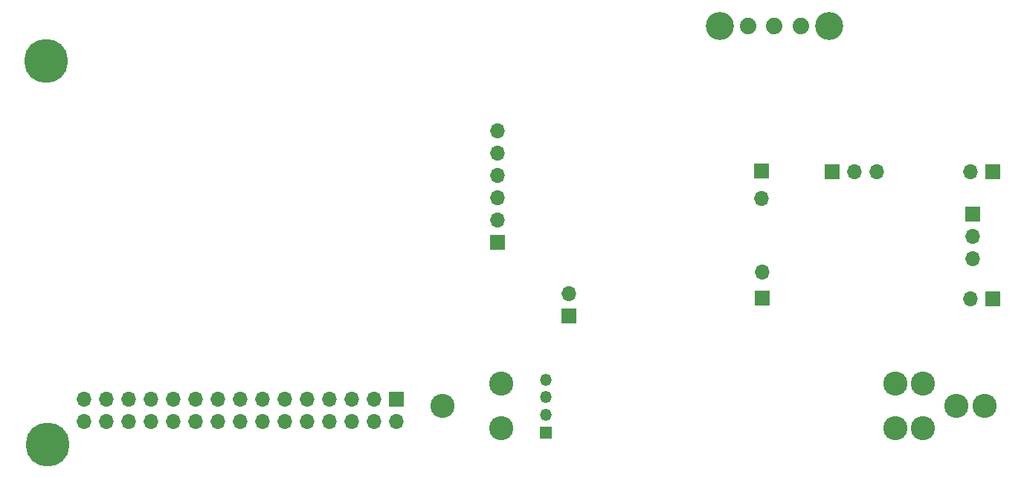
<source format=gts>
G04 #@! TF.GenerationSoftware,KiCad,Pcbnew,8.0.0~rc2-91e15634fc~176~ubuntu22.04.1*
G04 #@! TF.CreationDate,2024-02-10T07:00:10+09:00*
G04 #@! TF.ProjectId,bGeigieZen V3.x.x production,62476569-6769-4655-9a65-6e2056332e78,V3.0.3*
G04 #@! TF.SameCoordinates,Original*
G04 #@! TF.FileFunction,Soldermask,Top*
G04 #@! TF.FilePolarity,Negative*
%FSLAX46Y46*%
G04 Gerber Fmt 4.6, Leading zero omitted, Abs format (unit mm)*
G04 Created by KiCad (PCBNEW 8.0.0~rc2-91e15634fc~176~ubuntu22.04.1) date 2024-02-10 07:00:10*
%MOMM*%
%LPD*%
G01*
G04 APERTURE LIST*
%ADD10R,1.700000X1.700000*%
%ADD11O,1.700000X1.700000*%
%ADD12C,1.879600*%
%ADD13C,3.203200*%
%ADD14C,5.000000*%
%ADD15R,1.350000X1.350000*%
%ADD16O,1.350000X1.350000*%
%ADD17C,2.743200*%
G04 APERTURE END LIST*
D10*
X141452600Y-116407000D03*
D11*
X141452600Y-118947000D03*
X138912600Y-116407000D03*
X138912600Y-118947000D03*
X136372600Y-116407000D03*
X136372600Y-118947000D03*
X133832600Y-116407000D03*
X133832600Y-118947000D03*
X131292600Y-116407000D03*
X131292600Y-118947000D03*
X128752600Y-116407000D03*
X128752600Y-118947000D03*
X126212600Y-116407000D03*
X126212600Y-118947000D03*
X123672600Y-116407000D03*
X123672600Y-118947000D03*
X121132600Y-116407000D03*
X121132600Y-118947000D03*
X118592600Y-116407000D03*
X118592600Y-118947000D03*
X116052600Y-116407000D03*
X116052600Y-118947000D03*
X113512600Y-116407000D03*
X113512600Y-118947000D03*
X110972600Y-116407000D03*
X110972600Y-118947000D03*
X108432600Y-116407000D03*
X108432600Y-118947000D03*
X105892600Y-116407000D03*
X105892600Y-118947000D03*
D10*
X209330700Y-90462200D03*
D11*
X206790700Y-90462200D03*
D10*
X152984600Y-98500000D03*
D11*
X152984600Y-95960000D03*
X152984600Y-93420000D03*
X152984600Y-90880000D03*
X152984600Y-88340000D03*
X152984600Y-85800000D03*
D12*
X187505600Y-73838000D03*
X184505600Y-73838000D03*
X181505600Y-73838000D03*
D13*
X190755600Y-73838000D03*
X178255600Y-73838000D03*
D10*
X209335300Y-104940200D03*
D11*
X206795300Y-104940200D03*
D14*
X101608000Y-77830000D03*
D10*
X161121600Y-106925000D03*
D11*
X161121600Y-104385000D03*
D10*
X191067600Y-90470000D03*
D11*
X193607600Y-90470000D03*
X196147600Y-90470000D03*
D10*
X207108000Y-95330000D03*
D11*
X207108000Y-97870000D03*
X207108000Y-100410000D03*
D10*
X183134000Y-104850000D03*
D11*
X183134000Y-101884500D03*
D14*
X101737600Y-121560000D03*
D15*
X158447600Y-120169000D03*
D16*
X158447600Y-118169000D03*
X158447600Y-116169000D03*
X158447600Y-114169000D03*
D10*
X183032400Y-90422800D03*
D11*
X183063469Y-93510215D03*
D17*
X208412600Y-117140000D03*
X205237600Y-117140000D03*
X153417600Y-119670000D03*
X153417600Y-114590000D03*
X146669600Y-117130000D03*
X201427600Y-114600000D03*
X198252600Y-114600000D03*
X201427600Y-119690000D03*
X198252600Y-119680000D03*
M02*

</source>
